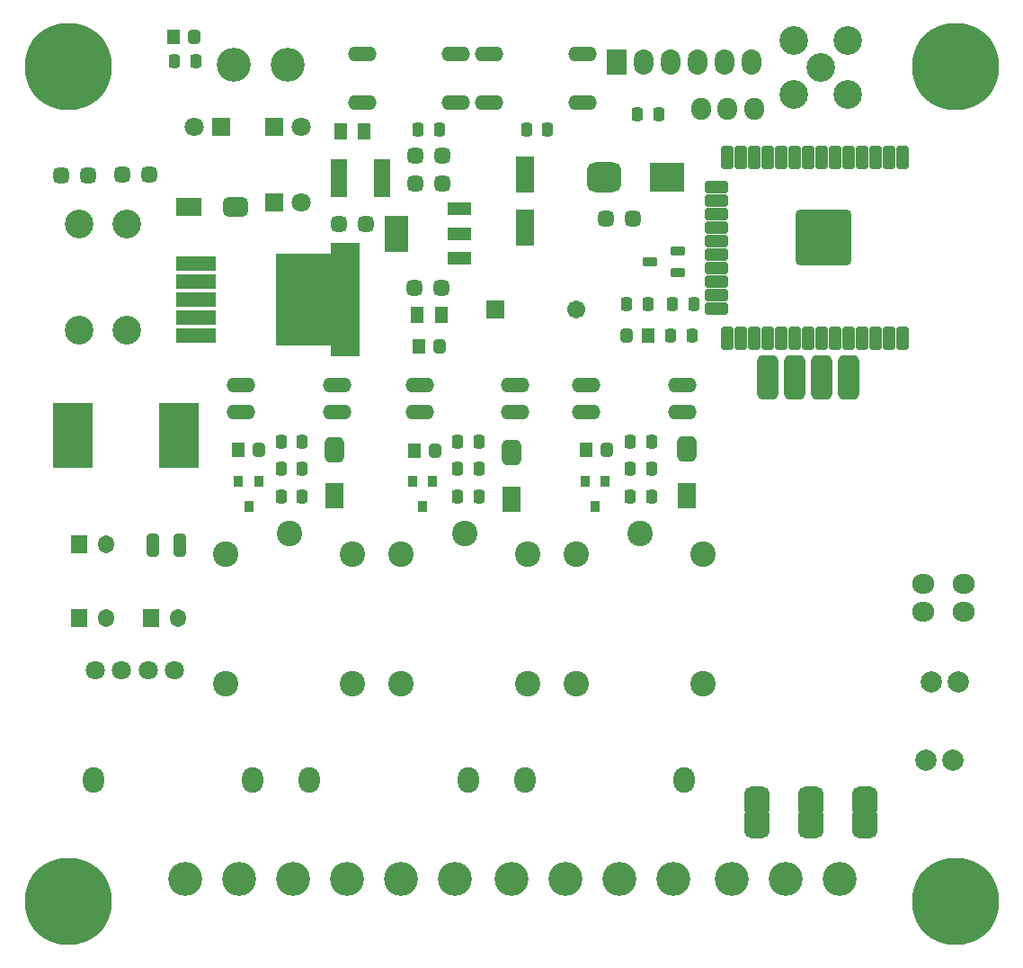
<source format=gts>
G04*
G04 #@! TF.GenerationSoftware,Altium Limited,Altium Designer,21.2.1 (34)*
G04*
G04 Layer_Color=8388736*
%FSTAX24Y24*%
%MOIN*%
G70*
G04*
G04 #@! TF.SameCoordinates,A1A6E38C-14B6-47A5-B441-A3D0562B644C*
G04*
G04*
G04 #@! TF.FilePolarity,Negative*
G04*
G01*
G75*
G04:AMPARAMS|DCode=47|XSize=43.3mil|YSize=51.2mil|CornerRadius=11.8mil|HoleSize=0mil|Usage=FLASHONLY|Rotation=180.000|XOffset=0mil|YOffset=0mil|HoleType=Round|Shape=RoundedRectangle|*
%AMROUNDEDRECTD47*
21,1,0.0433,0.0276,0,0,180.0*
21,1,0.0197,0.0512,0,0,180.0*
1,1,0.0236,-0.0098,0.0138*
1,1,0.0236,0.0098,0.0138*
1,1,0.0236,0.0098,-0.0138*
1,1,0.0236,-0.0098,-0.0138*
%
%ADD47ROUNDEDRECTD47*%
G04:AMPARAMS|DCode=48|XSize=35.4mil|YSize=55.1mil|CornerRadius=10.8mil|HoleSize=0mil|Usage=FLASHONLY|Rotation=270.000|XOffset=0mil|YOffset=0mil|HoleType=Round|Shape=RoundedRectangle|*
%AMROUNDEDRECTD48*
21,1,0.0354,0.0335,0,0,270.0*
21,1,0.0138,0.0551,0,0,270.0*
1,1,0.0217,-0.0167,-0.0069*
1,1,0.0217,-0.0167,0.0069*
1,1,0.0217,0.0167,0.0069*
1,1,0.0217,0.0167,-0.0069*
%
%ADD48ROUNDEDRECTD48*%
G04:AMPARAMS|DCode=49|XSize=45.3mil|YSize=53.1mil|CornerRadius=12.8mil|HoleSize=0mil|Usage=FLASHONLY|Rotation=180.000|XOffset=0mil|YOffset=0mil|HoleType=Round|Shape=RoundedRectangle|*
%AMROUNDEDRECTD49*
21,1,0.0453,0.0276,0,0,180.0*
21,1,0.0197,0.0531,0,0,180.0*
1,1,0.0256,-0.0098,0.0138*
1,1,0.0256,0.0098,0.0138*
1,1,0.0256,0.0098,-0.0138*
1,1,0.0256,-0.0098,-0.0138*
%
%ADD49ROUNDEDRECTD49*%
%ADD50R,0.0453X0.0531*%
G04:AMPARAMS|DCode=51|XSize=86.7mil|YSize=43.4mil|CornerRadius=5.8mil|HoleSize=0mil|Usage=FLASHONLY|Rotation=270.000|XOffset=0mil|YOffset=0mil|HoleType=Round|Shape=RoundedRectangle|*
%AMROUNDEDRECTD51*
21,1,0.0867,0.0319,0,0,270.0*
21,1,0.0752,0.0434,0,0,270.0*
1,1,0.0115,-0.0159,-0.0376*
1,1,0.0115,-0.0159,0.0376*
1,1,0.0115,0.0159,0.0376*
1,1,0.0115,0.0159,-0.0376*
%
%ADD51ROUNDEDRECTD51*%
G04:AMPARAMS|DCode=52|XSize=86.7mil|YSize=43.4mil|CornerRadius=5.8mil|HoleSize=0mil|Usage=FLASHONLY|Rotation=180.000|XOffset=0mil|YOffset=0mil|HoleType=Round|Shape=RoundedRectangle|*
%AMROUNDEDRECTD52*
21,1,0.0867,0.0319,0,0,180.0*
21,1,0.0752,0.0434,0,0,180.0*
1,1,0.0115,-0.0376,0.0159*
1,1,0.0115,0.0376,0.0159*
1,1,0.0115,0.0376,-0.0159*
1,1,0.0115,-0.0376,-0.0159*
%
%ADD52ROUNDEDRECTD52*%
G04:AMPARAMS|DCode=53|XSize=204.9mil|YSize=204.9mil|CornerRadius=13.8mil|HoleSize=0mil|Usage=FLASHONLY|Rotation=90.000|XOffset=0mil|YOffset=0mil|HoleType=Round|Shape=RoundedRectangle|*
%AMROUNDEDRECTD53*
21,1,0.2049,0.1772,0,0,90.0*
21,1,0.1772,0.2049,0,0,90.0*
1,1,0.0277,0.0886,0.0886*
1,1,0.0277,0.0886,-0.0886*
1,1,0.0277,-0.0886,-0.0886*
1,1,0.0277,-0.0886,0.0886*
%
%ADD53ROUNDEDRECTD53*%
%ADD54R,0.0710X0.1340*%
%ADD55O,0.1064X0.0552*%
G04:AMPARAMS|DCode=56|XSize=58mil|YSize=58mil|CornerRadius=16.5mil|HoleSize=0mil|Usage=FLASHONLY|Rotation=0.000|XOffset=0mil|YOffset=0mil|HoleType=Round|Shape=RoundedRectangle|*
%AMROUNDEDRECTD56*
21,1,0.0580,0.0250,0,0,0.0*
21,1,0.0250,0.0580,0,0,0.0*
1,1,0.0330,0.0125,-0.0125*
1,1,0.0330,-0.0125,-0.0125*
1,1,0.0330,-0.0125,0.0125*
1,1,0.0330,0.0125,0.0125*
%
%ADD56ROUNDEDRECTD56*%
G04:AMPARAMS|DCode=57|XSize=110.4mil|YSize=126.1mil|CornerRadius=29.6mil|HoleSize=0mil|Usage=FLASHONLY|Rotation=90.000|XOffset=0mil|YOffset=0mil|HoleType=Round|Shape=RoundedRectangle|*
%AMROUNDEDRECTD57*
21,1,0.1104,0.0669,0,0,90.0*
21,1,0.0512,0.1261,0,0,90.0*
1,1,0.0592,0.0335,0.0256*
1,1,0.0592,0.0335,-0.0256*
1,1,0.0592,-0.0335,-0.0256*
1,1,0.0592,-0.0335,0.0256*
%
%ADD57ROUNDEDRECTD57*%
%ADD58R,0.1261X0.1104*%
%ADD59O,0.1063X0.0551*%
%ADD60R,0.0474X0.0630*%
%ADD61R,0.0867X0.1379*%
%ADD62R,0.0867X0.0474*%
G04:AMPARAMS|DCode=63|XSize=47.4mil|YSize=86.7mil|CornerRadius=13.8mil|HoleSize=0mil|Usage=FLASHONLY|Rotation=0.000|XOffset=0mil|YOffset=0mil|HoleType=Round|Shape=RoundedRectangle|*
%AMROUNDEDRECTD63*
21,1,0.0474,0.0591,0,0,0.0*
21,1,0.0197,0.0867,0,0,0.0*
1,1,0.0277,0.0098,-0.0295*
1,1,0.0277,-0.0098,-0.0295*
1,1,0.0277,-0.0098,0.0295*
1,1,0.0277,0.0098,0.0295*
%
%ADD63ROUNDEDRECTD63*%
%ADD64R,0.0474X0.0592*%
%ADD65R,0.0592X0.1419*%
%ADD66R,0.2639X0.3426*%
%ADD67R,0.1064X0.4214*%
%ADD68R,0.1458X0.0552*%
%ADD69R,0.1458X0.2442*%
%ADD70R,0.0356X0.0434*%
%ADD71R,0.0710X0.0946*%
G04:AMPARAMS|DCode=72|XSize=71mil|YSize=94.6mil|CornerRadius=19.7mil|HoleSize=0mil|Usage=FLASHONLY|Rotation=180.000|XOffset=0mil|YOffset=0mil|HoleType=Round|Shape=RoundedRectangle|*
%AMROUNDEDRECTD72*
21,1,0.0710,0.0551,0,0,180.0*
21,1,0.0315,0.0946,0,0,180.0*
1,1,0.0395,-0.0157,0.0276*
1,1,0.0395,0.0157,0.0276*
1,1,0.0395,0.0157,-0.0276*
1,1,0.0395,-0.0157,-0.0276*
%
%ADD72ROUNDEDRECTD72*%
G04:AMPARAMS|DCode=73|XSize=71mil|YSize=94.6mil|CornerRadius=19.7mil|HoleSize=0mil|Usage=FLASHONLY|Rotation=90.000|XOffset=0mil|YOffset=0mil|HoleType=Round|Shape=RoundedRectangle|*
%AMROUNDEDRECTD73*
21,1,0.0710,0.0551,0,0,90.0*
21,1,0.0315,0.0946,0,0,90.0*
1,1,0.0395,0.0276,0.0157*
1,1,0.0395,0.0276,-0.0157*
1,1,0.0395,-0.0276,-0.0157*
1,1,0.0395,-0.0276,0.0157*
%
%ADD73ROUNDEDRECTD73*%
%ADD74R,0.0946X0.0710*%
%ADD75C,0.3228*%
%ADD76C,0.0789*%
%ADD77O,0.0830X0.0730*%
%ADD78O,0.0730X0.0830*%
%ADD79C,0.1064*%
%ADD80O,0.0730X0.0930*%
%ADD81R,0.0730X0.0930*%
%ADD82C,0.1261*%
%ADD83C,0.0945*%
G04:AMPARAMS|DCode=84|XSize=110.4mil|YSize=94.6mil|CornerRadius=25.7mil|HoleSize=0mil|Usage=FLASHONLY|Rotation=270.000|XOffset=0mil|YOffset=0mil|HoleType=Round|Shape=RoundedRectangle|*
%AMROUNDEDRECTD84*
21,1,0.1104,0.0433,0,0,270.0*
21,1,0.0591,0.0946,0,0,270.0*
1,1,0.0513,-0.0217,-0.0295*
1,1,0.0513,-0.0217,0.0295*
1,1,0.0513,0.0217,0.0295*
1,1,0.0513,0.0217,-0.0295*
%
%ADD84ROUNDEDRECTD84*%
G04:AMPARAMS|DCode=85|XSize=102.5mil|YSize=78.9mil|CornerRadius=21.7mil|HoleSize=0mil|Usage=FLASHONLY|Rotation=270.000|XOffset=0mil|YOffset=0mil|HoleType=Round|Shape=RoundedRectangle|*
%AMROUNDEDRECTD85*
21,1,0.1025,0.0354,0,0,270.0*
21,1,0.0591,0.0789,0,0,270.0*
1,1,0.0434,-0.0177,-0.0295*
1,1,0.0434,-0.0177,0.0295*
1,1,0.0434,0.0177,0.0295*
1,1,0.0434,0.0177,-0.0295*
%
%ADD85ROUNDEDRECTD85*%
%ADD86R,0.0592X0.0671*%
%ADD87O,0.0592X0.0671*%
%ADD88C,0.0710*%
%ADD89C,0.0434*%
%ADD90R,0.0710X0.0710*%
%ADD91C,0.0671*%
%ADD92R,0.0671X0.0671*%
%ADD93O,0.0789X0.0946*%
D47*
X032966Y040669D02*
D03*
X033754D02*
D03*
X033349Y033639D02*
D03*
X032561D02*
D03*
X034261D02*
D03*
X035049D02*
D03*
X034999Y032482D02*
D03*
X034211D02*
D03*
X029644Y040089D02*
D03*
X028856D02*
D03*
X024831D02*
D03*
X025619D02*
D03*
X026306Y0265D02*
D03*
X027094D02*
D03*
X026306Y02855D02*
D03*
X027094D02*
D03*
X026306Y027525D02*
D03*
X027094D02*
D03*
X019756Y02855D02*
D03*
X020544D02*
D03*
X019756Y027525D02*
D03*
X020544D02*
D03*
X032706Y0265D02*
D03*
X033494D02*
D03*
X032706Y02855D02*
D03*
X033494D02*
D03*
X016594Y04265D02*
D03*
X015806D02*
D03*
X033494Y027525D02*
D03*
X032706D02*
D03*
X020544Y0265D02*
D03*
X019756D02*
D03*
D48*
X033443Y0352D02*
D03*
X034467Y035593D02*
D03*
Y034806D02*
D03*
D49*
X032561Y032482D02*
D03*
X025644Y032083D02*
D03*
X025472Y028192D02*
D03*
X016544Y04355D02*
D03*
X018944Y02825D02*
D03*
X031844D02*
D03*
D50*
X033349Y032482D02*
D03*
X024856Y032083D02*
D03*
X024685Y028192D02*
D03*
X015756Y04355D02*
D03*
X018156Y02825D02*
D03*
X031056D02*
D03*
D51*
X042805Y032372D02*
D03*
X042305D02*
D03*
X041805D02*
D03*
X041305D02*
D03*
X040805D02*
D03*
X040305D02*
D03*
X039805D02*
D03*
X039305D02*
D03*
X038805D02*
D03*
X038305D02*
D03*
X037805D02*
D03*
X037305D02*
D03*
X036805D02*
D03*
X036305D02*
D03*
Y039065D02*
D03*
X036805D02*
D03*
X037305D02*
D03*
X037805D02*
D03*
X038305D02*
D03*
X038805D02*
D03*
X039305D02*
D03*
X039805D02*
D03*
X040305D02*
D03*
X040805D02*
D03*
X041305D02*
D03*
X041805D02*
D03*
X042305D02*
D03*
X042805D02*
D03*
D52*
X035911Y033469D02*
D03*
Y033969D02*
D03*
Y034469D02*
D03*
Y034969D02*
D03*
Y035469D02*
D03*
Y035969D02*
D03*
Y036469D02*
D03*
Y036969D02*
D03*
Y037469D02*
D03*
Y037969D02*
D03*
D53*
X039852Y036112D02*
D03*
D54*
X0288Y036466D02*
D03*
Y038434D02*
D03*
D55*
X034622Y02965D02*
D03*
Y03065D02*
D03*
X031078Y02965D02*
D03*
Y03065D02*
D03*
X028446Y02965D02*
D03*
Y03065D02*
D03*
X024902Y02965D02*
D03*
Y03065D02*
D03*
X021822Y02965D02*
D03*
Y03065D02*
D03*
X018278Y02965D02*
D03*
Y03065D02*
D03*
D56*
X025725Y039126D02*
D03*
X024725D02*
D03*
X0328Y0368D02*
D03*
X0318D02*
D03*
X0257Y03425D02*
D03*
X0247D02*
D03*
X025725Y038098D02*
D03*
X024725D02*
D03*
X0219Y0366D02*
D03*
X0229D02*
D03*
X01485Y03845D02*
D03*
X01385D02*
D03*
X0116Y0384D02*
D03*
X0126D02*
D03*
D57*
X031719Y03835D02*
D03*
D58*
X034081D02*
D03*
D59*
X022768Y042906D02*
D03*
Y041094D02*
D03*
X026232Y042906D02*
D03*
Y041094D02*
D03*
X027468Y042906D02*
D03*
Y041094D02*
D03*
X030932Y042906D02*
D03*
Y041094D02*
D03*
D60*
X0248Y03325D02*
D03*
X0257D02*
D03*
D61*
X024037Y03625D02*
D03*
D62*
X02636Y037156D02*
D03*
Y03625D02*
D03*
Y035344D02*
D03*
D63*
X016012Y0247D02*
D03*
X014988D02*
D03*
D64*
X022833Y04005D02*
D03*
X021967D02*
D03*
D65*
X023487Y0383D02*
D03*
X021913D02*
D03*
D66*
X020855Y033795D02*
D03*
D67*
X022134D02*
D03*
D68*
X016612Y032456D02*
D03*
Y033125D02*
D03*
Y033795D02*
D03*
Y034464D02*
D03*
Y035133D02*
D03*
D69*
X012036Y02876D02*
D03*
X015973D02*
D03*
D70*
X018176Y027053D02*
D03*
X018924D02*
D03*
X01855Y026147D02*
D03*
X031026Y027053D02*
D03*
X031774D02*
D03*
X0314Y026147D02*
D03*
X024626Y027053D02*
D03*
X025374D02*
D03*
X025Y026147D02*
D03*
D71*
X021724Y026519D02*
D03*
X028295Y026415D02*
D03*
X0348Y026534D02*
D03*
D72*
X021724Y028251D02*
D03*
X028295Y028147D02*
D03*
X0348Y028266D02*
D03*
D73*
X018066Y03725D02*
D03*
D74*
X016334D02*
D03*
D75*
X044767Y011504D02*
D03*
Y042448D02*
D03*
X01185Y042446D02*
D03*
X011854Y011504D02*
D03*
D76*
X04385Y01965D02*
D03*
X04485D02*
D03*
X04465Y01675D02*
D03*
X04365D02*
D03*
D77*
X04355Y02225D02*
D03*
Y02326D02*
D03*
X04505Y02225D02*
D03*
Y02326D02*
D03*
D78*
X037312Y040865D02*
D03*
X036302D02*
D03*
X035322D02*
D03*
D79*
X03975Y0424D02*
D03*
X03875Y0414D02*
D03*
X04075D02*
D03*
Y0434D02*
D03*
X03875D02*
D03*
X012264Y036618D02*
D03*
Y032682D02*
D03*
X014036D02*
D03*
Y036618D02*
D03*
D80*
X0362Y0426D02*
D03*
X0332D02*
D03*
X0342D02*
D03*
X0352D02*
D03*
X0372D02*
D03*
D81*
X0322D02*
D03*
D82*
X02Y0425D02*
D03*
X018D02*
D03*
X0343Y012329D02*
D03*
X0323D02*
D03*
X0303D02*
D03*
X0283D02*
D03*
X03645D02*
D03*
X03845D02*
D03*
X04045D02*
D03*
X0162D02*
D03*
X0182D02*
D03*
X0202D02*
D03*
X0222D02*
D03*
X0242D02*
D03*
X0262D02*
D03*
D83*
X035412Y024358D02*
D03*
X03305Y025145D02*
D03*
X030688Y024358D02*
D03*
X035412Y019555D02*
D03*
X030688D02*
D03*
X028912Y024358D02*
D03*
X02655Y025145D02*
D03*
X024188Y024358D02*
D03*
X028912Y019555D02*
D03*
X024188D02*
D03*
X017688D02*
D03*
X022412D02*
D03*
X017688Y024358D02*
D03*
X02005Y025145D02*
D03*
X022412Y024358D02*
D03*
D84*
X0414Y0152D02*
D03*
X0394D02*
D03*
X0374D02*
D03*
X0414Y0144D02*
D03*
X0394D02*
D03*
X0374D02*
D03*
D85*
X0378Y0306D02*
D03*
X0408D02*
D03*
X0398D02*
D03*
X0388D02*
D03*
X0408Y03125D02*
D03*
X0398D02*
D03*
X0388D02*
D03*
X0378D02*
D03*
D86*
X01225Y021996D02*
D03*
X014932D02*
D03*
X01225Y02475D02*
D03*
D87*
X01325Y021996D02*
D03*
X015932D02*
D03*
X01325Y02475D02*
D03*
D88*
X015799Y020074D02*
D03*
X01482D02*
D03*
X013841D02*
D03*
X012862D02*
D03*
X016538Y04019D02*
D03*
X02049Y03741D02*
D03*
Y04021D02*
D03*
D89*
X019975Y032345D02*
D03*
X021025Y032295D02*
D03*
Y035245D02*
D03*
X019975D02*
D03*
X022175Y032711D02*
D03*
Y034978D02*
D03*
Y033278D02*
D03*
X021625Y034065D02*
D03*
Y033525D02*
D03*
X022175Y033845D02*
D03*
Y032145D02*
D03*
X020525Y032945D02*
D03*
X022175Y034411D02*
D03*
Y035545D02*
D03*
X019975Y032925D02*
D03*
X021625Y032985D02*
D03*
Y034605D02*
D03*
X019975Y034085D02*
D03*
X021625Y035145D02*
D03*
X020525Y034045D02*
D03*
X021025Y034745D02*
D03*
X021625Y032445D02*
D03*
X021025Y032745D02*
D03*
Y033245D02*
D03*
Y033845D02*
D03*
X019975Y033505D02*
D03*
X021025Y034295D02*
D03*
X019975Y034665D02*
D03*
X020525Y034995D02*
D03*
Y034495D02*
D03*
Y033445D02*
D03*
Y032395D02*
D03*
D90*
X017538Y04019D02*
D03*
X01949Y03741D02*
D03*
Y04021D02*
D03*
D91*
X030696Y03345D02*
D03*
D92*
X027704D02*
D03*
D93*
X026703Y016D02*
D03*
X020797D02*
D03*
X028797D02*
D03*
X034703D02*
D03*
X012797D02*
D03*
X018703D02*
D03*
M02*

</source>
